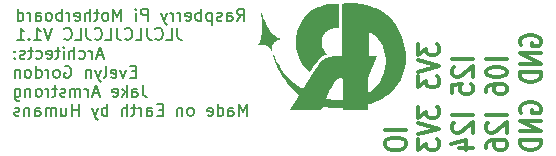
<source format=gbr>
%TF.GenerationSoftware,KiCad,Pcbnew,6.0.9*%
%TF.CreationDate,2023-01-21T02:33:53-05:00*%
%TF.ProjectId,motherboard_2022_2023,6d6f7468-6572-4626-9f61-72645f323032,1.1*%
%TF.SameCoordinates,Original*%
%TF.FileFunction,Legend,Bot*%
%TF.FilePolarity,Positive*%
%FSLAX46Y46*%
G04 Gerber Fmt 4.6, Leading zero omitted, Abs format (unit mm)*
G04 Created by KiCad (PCBNEW 6.0.9) date 2023-01-21 02:33:53*
%MOMM*%
%LPD*%
G01*
G04 APERTURE LIST*
%ADD10C,0.000000*%
%ADD11C,0.150000*%
%ADD12C,0.300000*%
G04 APERTURE END LIST*
D10*
G36*
X174970693Y-104268055D02*
G01*
X175062231Y-104270553D01*
X175097102Y-104271327D01*
X175124216Y-104271413D01*
X175143206Y-104270534D01*
X175149540Y-104269645D01*
X175153705Y-104268411D01*
X175140792Y-106322068D01*
X175078056Y-106319413D01*
X175005989Y-106319212D01*
X174912436Y-106322535D01*
X174801632Y-106331461D01*
X174677812Y-106348069D01*
X174545212Y-106374439D01*
X174476942Y-106391934D01*
X174408065Y-106412649D01*
X174339111Y-106436844D01*
X174270608Y-106464778D01*
X174203087Y-106496713D01*
X174137076Y-106532907D01*
X174073105Y-106573621D01*
X174011703Y-106619114D01*
X173953399Y-106669647D01*
X173898724Y-106725479D01*
X173848206Y-106786870D01*
X173802375Y-106854080D01*
X173761760Y-106927369D01*
X173726891Y-107006997D01*
X173698296Y-107093224D01*
X173676506Y-107186309D01*
X173662049Y-107286513D01*
X173655456Y-107394096D01*
X173655938Y-107510751D01*
X173662520Y-107618467D01*
X173674734Y-107717878D01*
X173692113Y-107809621D01*
X173714188Y-107894330D01*
X173740493Y-107972641D01*
X173770560Y-108045190D01*
X173803922Y-108112611D01*
X173840110Y-108175540D01*
X173878657Y-108234613D01*
X173919096Y-108290464D01*
X173960960Y-108343729D01*
X174047088Y-108445044D01*
X174133303Y-108543638D01*
X174116601Y-108546038D01*
X174069980Y-108555161D01*
X174037083Y-108563146D01*
X173998667Y-108573893D01*
X173955384Y-108587764D01*
X173907888Y-108605120D01*
X173856832Y-108626320D01*
X173802869Y-108651727D01*
X173775002Y-108666120D01*
X173746654Y-108681699D01*
X173717905Y-108698511D01*
X173688838Y-108716599D01*
X173659535Y-108736010D01*
X173630077Y-108756787D01*
X173600545Y-108778977D01*
X173571022Y-108802624D01*
X173541589Y-108827773D01*
X173512327Y-108854470D01*
X173483319Y-108882759D01*
X173454646Y-108912686D01*
X173377914Y-108998328D01*
X173303904Y-109086116D01*
X173232810Y-109175181D01*
X173164821Y-109264656D01*
X173100130Y-109353676D01*
X173038928Y-109441372D01*
X172927755Y-109609327D01*
X172832835Y-109761584D01*
X172755698Y-109891209D01*
X172660897Y-110054817D01*
X172578250Y-109996758D01*
X172481014Y-109914466D01*
X172372761Y-109808634D01*
X172257066Y-109679955D01*
X172137501Y-109529124D01*
X172077384Y-109445618D01*
X172017640Y-109356833D01*
X171958715Y-109262857D01*
X171901056Y-109163777D01*
X171845109Y-109059678D01*
X171791322Y-108950647D01*
X171740140Y-108836772D01*
X171692011Y-108718139D01*
X171647381Y-108594835D01*
X171606698Y-108466946D01*
X171570406Y-108334558D01*
X171538954Y-108197760D01*
X171512788Y-108056637D01*
X171492354Y-107911275D01*
X171478099Y-107761763D01*
X171470471Y-107608186D01*
X171469914Y-107450631D01*
X171476877Y-107289185D01*
X171491806Y-107123934D01*
X171515147Y-106954966D01*
X171547347Y-106782366D01*
X171588854Y-106606222D01*
X171646297Y-106405130D01*
X171711291Y-106215831D01*
X171783366Y-106037973D01*
X171862055Y-105871200D01*
X171946892Y-105715160D01*
X172037407Y-105569499D01*
X172133135Y-105433862D01*
X172233606Y-105307896D01*
X172338355Y-105191248D01*
X172446912Y-105083563D01*
X172558811Y-104984487D01*
X172673583Y-104893667D01*
X172790763Y-104810749D01*
X172909881Y-104735380D01*
X173030470Y-104667205D01*
X173152063Y-104605870D01*
X173274193Y-104551022D01*
X173396391Y-104502308D01*
X173639122Y-104421862D01*
X173876518Y-104361704D01*
X174104838Y-104319001D01*
X174320341Y-104290925D01*
X174519287Y-104274644D01*
X174697935Y-104267328D01*
X174852546Y-104266148D01*
X174970693Y-104268055D01*
G37*
G36*
X180701103Y-109635216D02*
G01*
X180638045Y-109919669D01*
X180557086Y-110190699D01*
X180459124Y-110446696D01*
X180345058Y-110686050D01*
X180215784Y-110907153D01*
X180095926Y-111082768D01*
X179968925Y-111249927D01*
X179835041Y-111408783D01*
X179694534Y-111559487D01*
X179547663Y-111702190D01*
X179394690Y-111837044D01*
X179235873Y-111964200D01*
X179071474Y-112083810D01*
X178901752Y-112196025D01*
X178726967Y-112300997D01*
X178547379Y-112398878D01*
X178363249Y-112489818D01*
X178174836Y-112573970D01*
X177982400Y-112651484D01*
X177786203Y-112722513D01*
X177586502Y-112787208D01*
X177583123Y-113240591D01*
X175423286Y-113244002D01*
X175423674Y-113117157D01*
X175395108Y-113118103D01*
X175366573Y-113119237D01*
X175338027Y-113120292D01*
X175309432Y-113121002D01*
X175082926Y-113121360D01*
X174864818Y-113115412D01*
X174654860Y-113103449D01*
X174452802Y-113085765D01*
X174258396Y-113062652D01*
X174071393Y-113034403D01*
X173891543Y-113001309D01*
X173718599Y-112963662D01*
X173629909Y-113172639D01*
X173596947Y-113251382D01*
X171005989Y-113244034D01*
X171229409Y-112874750D01*
X171570235Y-112313966D01*
X174004288Y-112313966D01*
X174165044Y-112340066D01*
X174331722Y-112362482D01*
X174503779Y-112380837D01*
X174680677Y-112394753D01*
X174861874Y-112403855D01*
X175046831Y-112407765D01*
X175235006Y-112406107D01*
X175425859Y-112398504D01*
X175426748Y-111779781D01*
X177594021Y-111779781D01*
X177716156Y-111701059D01*
X177834920Y-111616870D01*
X177950055Y-111527080D01*
X178061302Y-111431559D01*
X178168405Y-111330175D01*
X178271104Y-111222795D01*
X178369142Y-111109288D01*
X178462261Y-110989522D01*
X178550203Y-110863365D01*
X178632711Y-110730685D01*
X178709525Y-110591351D01*
X178780389Y-110445230D01*
X178845043Y-110292191D01*
X178903232Y-110132101D01*
X178954695Y-109964830D01*
X178999176Y-109790244D01*
X179037388Y-109593130D01*
X179061689Y-109398478D01*
X179072970Y-109206798D01*
X179072124Y-109018600D01*
X179060042Y-108834393D01*
X179037617Y-108654688D01*
X179005740Y-108479994D01*
X178965305Y-108310822D01*
X178917202Y-108147680D01*
X178862323Y-107991080D01*
X178801562Y-107841531D01*
X178735809Y-107699542D01*
X178665958Y-107565624D01*
X178592899Y-107440287D01*
X178517526Y-107324040D01*
X178440729Y-107217394D01*
X178416086Y-107186491D01*
X178387788Y-107153951D01*
X178355870Y-107119931D01*
X178320369Y-107084590D01*
X178281322Y-107048089D01*
X178238764Y-107010586D01*
X178192733Y-106972240D01*
X178143264Y-106933210D01*
X178090394Y-106893656D01*
X178034159Y-106853736D01*
X177974596Y-106813611D01*
X177911741Y-106773438D01*
X177845630Y-106733378D01*
X177776300Y-106693589D01*
X177703787Y-106654230D01*
X177628128Y-106615461D01*
X177623027Y-108666344D01*
X177969983Y-108670266D01*
X178241548Y-108673351D01*
X178341015Y-108673351D01*
X177603059Y-110568026D01*
X177597135Y-111362304D01*
X177594021Y-111779781D01*
X175426748Y-111779781D01*
X175427348Y-111362304D01*
X175425921Y-110953941D01*
X175425298Y-110861119D01*
X175424495Y-110786633D01*
X175423422Y-110751659D01*
X175422199Y-110721442D01*
X175420813Y-110695661D01*
X175419251Y-110673999D01*
X175417500Y-110656136D01*
X175415545Y-110641755D01*
X175413376Y-110630537D01*
X175410977Y-110622162D01*
X175406641Y-110617676D01*
X175401673Y-110613289D01*
X175396091Y-110609017D01*
X175389909Y-110604875D01*
X175383143Y-110600880D01*
X175375811Y-110597046D01*
X175367928Y-110593391D01*
X175359510Y-110589930D01*
X175350573Y-110586678D01*
X175341133Y-110583652D01*
X175331208Y-110580868D01*
X175320811Y-110578341D01*
X175309961Y-110576088D01*
X175298672Y-110574124D01*
X175286962Y-110572465D01*
X175274845Y-110571127D01*
X175263917Y-110570229D01*
X175252722Y-110569599D01*
X175241271Y-110569245D01*
X175229579Y-110569178D01*
X175217656Y-110569410D01*
X175205516Y-110569949D01*
X175193171Y-110570808D01*
X175180634Y-110571995D01*
X175167918Y-110573522D01*
X175155036Y-110575400D01*
X175142001Y-110577639D01*
X175128826Y-110580248D01*
X175115524Y-110583239D01*
X175102107Y-110586621D01*
X175088589Y-110590404D01*
X175074982Y-110594599D01*
X175054433Y-110601686D01*
X175033756Y-110609758D01*
X175012995Y-110618852D01*
X174992192Y-110629002D01*
X174971392Y-110640244D01*
X174950638Y-110652612D01*
X174929972Y-110666142D01*
X174909439Y-110680869D01*
X174889081Y-110696828D01*
X174868941Y-110714054D01*
X174849064Y-110732583D01*
X174829492Y-110752449D01*
X174810269Y-110773688D01*
X174791438Y-110796335D01*
X174773042Y-110820425D01*
X174755125Y-110845994D01*
X174714943Y-110906379D01*
X174672870Y-110973735D01*
X174583900Y-111126969D01*
X174489915Y-111300915D01*
X174392615Y-111490791D01*
X174293702Y-111691815D01*
X174194877Y-111899207D01*
X174004288Y-112313966D01*
X171570235Y-112313966D01*
X171760270Y-112001288D01*
X171698414Y-111951929D01*
X171637501Y-111902626D01*
X171577910Y-111853495D01*
X171520021Y-111804648D01*
X171304549Y-111594131D01*
X171105426Y-111386721D01*
X170921673Y-111181736D01*
X170752308Y-110978495D01*
X170596349Y-110776313D01*
X170452816Y-110574509D01*
X170320728Y-110372400D01*
X170199103Y-110169304D01*
X170086961Y-109964538D01*
X169983321Y-109757421D01*
X169887201Y-109547268D01*
X169797621Y-109333399D01*
X169713599Y-109115130D01*
X169634155Y-108891780D01*
X169558307Y-108662665D01*
X169485075Y-108427103D01*
X169482701Y-108419981D01*
X169480339Y-108412626D01*
X169475634Y-108397232D01*
X169470925Y-108380944D01*
X169466177Y-108363788D01*
X169446767Y-108298770D01*
X169418343Y-108241402D01*
X169384369Y-108180883D01*
X169344501Y-108118638D01*
X169298396Y-108056093D01*
X169272896Y-108025154D01*
X169245708Y-107994674D01*
X169216789Y-107964832D01*
X169186096Y-107935806D01*
X169153585Y-107907774D01*
X169119213Y-107880915D01*
X169082939Y-107855406D01*
X169044718Y-107831426D01*
X169004507Y-107809153D01*
X168962265Y-107788766D01*
X168917947Y-107770441D01*
X168871511Y-107754359D01*
X168822913Y-107740696D01*
X168772112Y-107729631D01*
X168719063Y-107721342D01*
X168663724Y-107716008D01*
X168606051Y-107713807D01*
X168546003Y-107714916D01*
X168483535Y-107719514D01*
X168418606Y-107727780D01*
X168351171Y-107739891D01*
X168281188Y-107756026D01*
X168208613Y-107776362D01*
X168133405Y-107801079D01*
X168206635Y-107732719D01*
X168272578Y-107655229D01*
X168331560Y-107569349D01*
X168383906Y-107475821D01*
X168429941Y-107375386D01*
X168469990Y-107268785D01*
X168504378Y-107156760D01*
X168533431Y-107040052D01*
X168576830Y-106795552D01*
X168602789Y-106541214D01*
X168613909Y-106282969D01*
X168612790Y-106026747D01*
X168602036Y-105778477D01*
X168584245Y-105544090D01*
X168537964Y-105140684D01*
X168475431Y-104761389D01*
X168502044Y-104859676D01*
X168582786Y-105120521D01*
X168643878Y-105295958D01*
X168719011Y-105492900D01*
X168808353Y-105704968D01*
X168912074Y-105925786D01*
X169030343Y-106148974D01*
X169163329Y-106368154D01*
X169235393Y-106474248D01*
X169311201Y-106576949D01*
X169390773Y-106675459D01*
X169474129Y-106768980D01*
X169561292Y-106856716D01*
X169652283Y-106937869D01*
X169747122Y-107011642D01*
X169845830Y-107077238D01*
X169948430Y-107133860D01*
X170054942Y-107180709D01*
X170165387Y-107216989D01*
X170279786Y-107241904D01*
X170203847Y-107255501D01*
X170132323Y-107271361D01*
X170065093Y-107289373D01*
X170002037Y-107309426D01*
X169943034Y-107331406D01*
X169887963Y-107355203D01*
X169836703Y-107380705D01*
X169789133Y-107407801D01*
X169745132Y-107436377D01*
X169704580Y-107466324D01*
X169667356Y-107497528D01*
X169633338Y-107529879D01*
X169602406Y-107563265D01*
X169574439Y-107597574D01*
X169549317Y-107632694D01*
X169526918Y-107668514D01*
X169507121Y-107704921D01*
X169489806Y-107741805D01*
X169474852Y-107779053D01*
X169462137Y-107816554D01*
X169451542Y-107854196D01*
X169442945Y-107891868D01*
X169431262Y-107966852D01*
X169426121Y-108040614D01*
X169426557Y-108112259D01*
X169431601Y-108180894D01*
X169440287Y-108245625D01*
X169548230Y-108531503D01*
X169666455Y-108805500D01*
X169794350Y-109067827D01*
X169931303Y-109318695D01*
X170076703Y-109558313D01*
X170229939Y-109786893D01*
X170390400Y-110004644D01*
X170557473Y-110211777D01*
X170730548Y-110408502D01*
X170909014Y-110595030D01*
X171092258Y-110771571D01*
X171279669Y-110938334D01*
X171470637Y-111095532D01*
X171664549Y-111243373D01*
X171860795Y-111382069D01*
X172058763Y-111511829D01*
X172507127Y-110786257D01*
X172935172Y-110105634D01*
X173296582Y-109549628D01*
X173437827Y-109343253D01*
X173545044Y-109197908D01*
X173549389Y-109192580D01*
X173554169Y-109187024D01*
X173559369Y-109181251D01*
X173564971Y-109175272D01*
X173570957Y-109169099D01*
X173577311Y-109162742D01*
X173591053Y-109149526D01*
X173606059Y-109135713D01*
X173622191Y-109121395D01*
X173639313Y-109106662D01*
X173657285Y-109091605D01*
X173657870Y-109091090D01*
X173658470Y-109090584D01*
X173659694Y-109089591D01*
X173660920Y-109088601D01*
X173661520Y-109088099D01*
X173662106Y-109087589D01*
X173677359Y-109075208D01*
X173692973Y-109062830D01*
X173709206Y-109050300D01*
X173726320Y-109037468D01*
X173732226Y-109032893D01*
X173738027Y-109028255D01*
X173749546Y-109018878D01*
X173755379Y-109014184D01*
X173761338Y-109009514D01*
X173767482Y-109004892D01*
X173773867Y-109000339D01*
X173791966Y-108988072D01*
X173810225Y-108976163D01*
X173828635Y-108964587D01*
X173847191Y-108953317D01*
X173865885Y-108942326D01*
X173884710Y-108931587D01*
X173903659Y-108921075D01*
X173922726Y-108910763D01*
X173922742Y-108910763D01*
X173926606Y-108908540D01*
X173930405Y-108906273D01*
X173937903Y-108901677D01*
X173945431Y-108897116D01*
X173949269Y-108894893D01*
X173953189Y-108892733D01*
X173970041Y-108883951D01*
X173987284Y-108875407D01*
X174022888Y-108859023D01*
X174059885Y-108843553D01*
X174098163Y-108828970D01*
X174137607Y-108815249D01*
X174178102Y-108802363D01*
X174219535Y-108790285D01*
X174261791Y-108778988D01*
X174301359Y-108768878D01*
X174341946Y-108759361D01*
X174383604Y-108750435D01*
X174426386Y-108742095D01*
X174470345Y-108734339D01*
X174515532Y-108727161D01*
X174562000Y-108720558D01*
X174609801Y-108714527D01*
X174611630Y-108714279D01*
X174631543Y-108712072D01*
X174651934Y-108710023D01*
X174693160Y-108706109D01*
X174790549Y-108696600D01*
X174882293Y-108689307D01*
X174967835Y-108683962D01*
X175046615Y-108680298D01*
X175181654Y-108676940D01*
X175282938Y-108677087D01*
X175376436Y-108674312D01*
X175383087Y-108165196D01*
X175387024Y-107699798D01*
X175393263Y-106830904D01*
X175396977Y-105761886D01*
X175399117Y-104255497D01*
X175448245Y-104246815D01*
X175476769Y-104242211D01*
X175508106Y-104237944D01*
X175542047Y-104234004D01*
X175578381Y-104230380D01*
X175616897Y-104227064D01*
X175657385Y-104224043D01*
X175699635Y-104221308D01*
X175743437Y-104218848D01*
X175743468Y-104218848D01*
X175821480Y-104213560D01*
X175898808Y-104209292D01*
X175975260Y-104206221D01*
X176050643Y-104204523D01*
X176123240Y-104204118D01*
X176194774Y-104204720D01*
X176265205Y-104206266D01*
X176334499Y-104208694D01*
X176402617Y-104211940D01*
X176469524Y-104215943D01*
X176599555Y-104225964D01*
X176650923Y-104229850D01*
X176700219Y-104234098D01*
X176746800Y-104238786D01*
X176790024Y-104243994D01*
X176811722Y-104247087D01*
X176834706Y-104250649D01*
X176881507Y-104258040D01*
X177044831Y-104283169D01*
X177191521Y-104309992D01*
X177319992Y-104337025D01*
X177428659Y-104362784D01*
X177515936Y-104385785D01*
X177580240Y-104404542D01*
X177619984Y-104417574D01*
X177633585Y-104423394D01*
X177633569Y-104432199D01*
X177787819Y-104475888D01*
X177943124Y-104525772D01*
X178098999Y-104582220D01*
X178254960Y-104645599D01*
X178410520Y-104716277D01*
X178565195Y-104794621D01*
X178718498Y-104881000D01*
X178869946Y-104975780D01*
X179019052Y-105079329D01*
X179165332Y-105192015D01*
X179308299Y-105314206D01*
X179447468Y-105446269D01*
X179582355Y-105588572D01*
X179712474Y-105741482D01*
X179837340Y-105905367D01*
X179956466Y-106080595D01*
X180149583Y-106406480D01*
X180314922Y-106736647D01*
X180453380Y-107069484D01*
X180565856Y-107403384D01*
X180653247Y-107736736D01*
X180716451Y-108067930D01*
X180756367Y-108395359D01*
X180773892Y-108717411D01*
X180769925Y-109032477D01*
X180755954Y-109206798D01*
X180745362Y-109338949D01*
X180701103Y-109635216D01*
G37*
D11*
X166481023Y-105692380D02*
X166814357Y-105216190D01*
X167052452Y-105692380D02*
X167052452Y-104692380D01*
X166671500Y-104692380D01*
X166576261Y-104740000D01*
X166528642Y-104787619D01*
X166481023Y-104882857D01*
X166481023Y-105025714D01*
X166528642Y-105120952D01*
X166576261Y-105168571D01*
X166671500Y-105216190D01*
X167052452Y-105216190D01*
X165623880Y-105692380D02*
X165623880Y-105168571D01*
X165671500Y-105073333D01*
X165766738Y-105025714D01*
X165957214Y-105025714D01*
X166052452Y-105073333D01*
X165623880Y-105644761D02*
X165719119Y-105692380D01*
X165957214Y-105692380D01*
X166052452Y-105644761D01*
X166100071Y-105549523D01*
X166100071Y-105454285D01*
X166052452Y-105359047D01*
X165957214Y-105311428D01*
X165719119Y-105311428D01*
X165623880Y-105263809D01*
X165195309Y-105644761D02*
X165100071Y-105692380D01*
X164909595Y-105692380D01*
X164814357Y-105644761D01*
X164766738Y-105549523D01*
X164766738Y-105501904D01*
X164814357Y-105406666D01*
X164909595Y-105359047D01*
X165052452Y-105359047D01*
X165147690Y-105311428D01*
X165195309Y-105216190D01*
X165195309Y-105168571D01*
X165147690Y-105073333D01*
X165052452Y-105025714D01*
X164909595Y-105025714D01*
X164814357Y-105073333D01*
X164338166Y-105025714D02*
X164338166Y-106025714D01*
X164338166Y-105073333D02*
X164242928Y-105025714D01*
X164052452Y-105025714D01*
X163957214Y-105073333D01*
X163909595Y-105120952D01*
X163861976Y-105216190D01*
X163861976Y-105501904D01*
X163909595Y-105597142D01*
X163957214Y-105644761D01*
X164052452Y-105692380D01*
X164242928Y-105692380D01*
X164338166Y-105644761D01*
X163433404Y-105692380D02*
X163433404Y-104692380D01*
X163433404Y-105073333D02*
X163338166Y-105025714D01*
X163147690Y-105025714D01*
X163052452Y-105073333D01*
X163004833Y-105120952D01*
X162957214Y-105216190D01*
X162957214Y-105501904D01*
X163004833Y-105597142D01*
X163052452Y-105644761D01*
X163147690Y-105692380D01*
X163338166Y-105692380D01*
X163433404Y-105644761D01*
X162147690Y-105644761D02*
X162242928Y-105692380D01*
X162433404Y-105692380D01*
X162528642Y-105644761D01*
X162576261Y-105549523D01*
X162576261Y-105168571D01*
X162528642Y-105073333D01*
X162433404Y-105025714D01*
X162242928Y-105025714D01*
X162147690Y-105073333D01*
X162100071Y-105168571D01*
X162100071Y-105263809D01*
X162576261Y-105359047D01*
X161671500Y-105692380D02*
X161671500Y-105025714D01*
X161671500Y-105216190D02*
X161623880Y-105120952D01*
X161576261Y-105073333D01*
X161481023Y-105025714D01*
X161385785Y-105025714D01*
X161052452Y-105692380D02*
X161052452Y-105025714D01*
X161052452Y-105216190D02*
X161004833Y-105120952D01*
X160957214Y-105073333D01*
X160861976Y-105025714D01*
X160766738Y-105025714D01*
X160528642Y-105025714D02*
X160290547Y-105692380D01*
X160052452Y-105025714D02*
X160290547Y-105692380D01*
X160385785Y-105930476D01*
X160433404Y-105978095D01*
X160528642Y-106025714D01*
X158909595Y-105692380D02*
X158909595Y-104692380D01*
X158528642Y-104692380D01*
X158433404Y-104740000D01*
X158385785Y-104787619D01*
X158338166Y-104882857D01*
X158338166Y-105025714D01*
X158385785Y-105120952D01*
X158433404Y-105168571D01*
X158528642Y-105216190D01*
X158909595Y-105216190D01*
X157909595Y-105692380D02*
X157909595Y-105025714D01*
X157909595Y-104692380D02*
X157957214Y-104740000D01*
X157909595Y-104787619D01*
X157861976Y-104740000D01*
X157909595Y-104692380D01*
X157909595Y-104787619D01*
X156671500Y-105692380D02*
X156671500Y-104692380D01*
X156338166Y-105406666D01*
X156004833Y-104692380D01*
X156004833Y-105692380D01*
X155385785Y-105692380D02*
X155481023Y-105644761D01*
X155528642Y-105597142D01*
X155576261Y-105501904D01*
X155576261Y-105216190D01*
X155528642Y-105120952D01*
X155481023Y-105073333D01*
X155385785Y-105025714D01*
X155242928Y-105025714D01*
X155147690Y-105073333D01*
X155100071Y-105120952D01*
X155052452Y-105216190D01*
X155052452Y-105501904D01*
X155100071Y-105597142D01*
X155147690Y-105644761D01*
X155242928Y-105692380D01*
X155385785Y-105692380D01*
X154766738Y-105025714D02*
X154385785Y-105025714D01*
X154623880Y-104692380D02*
X154623880Y-105549523D01*
X154576261Y-105644761D01*
X154481023Y-105692380D01*
X154385785Y-105692380D01*
X154052452Y-105692380D02*
X154052452Y-104692380D01*
X153623880Y-105692380D02*
X153623880Y-105168571D01*
X153671500Y-105073333D01*
X153766738Y-105025714D01*
X153909595Y-105025714D01*
X154004833Y-105073333D01*
X154052452Y-105120952D01*
X152766738Y-105644761D02*
X152861976Y-105692380D01*
X153052452Y-105692380D01*
X153147690Y-105644761D01*
X153195309Y-105549523D01*
X153195309Y-105168571D01*
X153147690Y-105073333D01*
X153052452Y-105025714D01*
X152861976Y-105025714D01*
X152766738Y-105073333D01*
X152719119Y-105168571D01*
X152719119Y-105263809D01*
X153195309Y-105359047D01*
X152290547Y-105692380D02*
X152290547Y-105025714D01*
X152290547Y-105216190D02*
X152242928Y-105120952D01*
X152195309Y-105073333D01*
X152100071Y-105025714D01*
X152004833Y-105025714D01*
X151671500Y-105692380D02*
X151671500Y-104692380D01*
X151671500Y-105073333D02*
X151576261Y-105025714D01*
X151385785Y-105025714D01*
X151290547Y-105073333D01*
X151242928Y-105120952D01*
X151195309Y-105216190D01*
X151195309Y-105501904D01*
X151242928Y-105597142D01*
X151290547Y-105644761D01*
X151385785Y-105692380D01*
X151576261Y-105692380D01*
X151671500Y-105644761D01*
X150623880Y-105692380D02*
X150719119Y-105644761D01*
X150766738Y-105597142D01*
X150814357Y-105501904D01*
X150814357Y-105216190D01*
X150766738Y-105120952D01*
X150719119Y-105073333D01*
X150623880Y-105025714D01*
X150481023Y-105025714D01*
X150385785Y-105073333D01*
X150338166Y-105120952D01*
X150290547Y-105216190D01*
X150290547Y-105501904D01*
X150338166Y-105597142D01*
X150385785Y-105644761D01*
X150481023Y-105692380D01*
X150623880Y-105692380D01*
X149433404Y-105692380D02*
X149433404Y-105168571D01*
X149481023Y-105073333D01*
X149576261Y-105025714D01*
X149766738Y-105025714D01*
X149861976Y-105073333D01*
X149433404Y-105644761D02*
X149528642Y-105692380D01*
X149766738Y-105692380D01*
X149861976Y-105644761D01*
X149909595Y-105549523D01*
X149909595Y-105454285D01*
X149861976Y-105359047D01*
X149766738Y-105311428D01*
X149528642Y-105311428D01*
X149433404Y-105263809D01*
X148957214Y-105692380D02*
X148957214Y-105025714D01*
X148957214Y-105216190D02*
X148909595Y-105120952D01*
X148861976Y-105073333D01*
X148766738Y-105025714D01*
X148671500Y-105025714D01*
X147909595Y-105692380D02*
X147909595Y-104692380D01*
X147909595Y-105644761D02*
X148004833Y-105692380D01*
X148195309Y-105692380D01*
X148290547Y-105644761D01*
X148338166Y-105597142D01*
X148385785Y-105501904D01*
X148385785Y-105216190D01*
X148338166Y-105120952D01*
X148290547Y-105073333D01*
X148195309Y-105025714D01*
X148004833Y-105025714D01*
X147909595Y-105073333D01*
X161433404Y-106302380D02*
X161433404Y-107016666D01*
X161481023Y-107159523D01*
X161576261Y-107254761D01*
X161719119Y-107302380D01*
X161814357Y-107302380D01*
X160481023Y-107302380D02*
X160957214Y-107302380D01*
X160957214Y-106302380D01*
X159576261Y-107207142D02*
X159623880Y-107254761D01*
X159766738Y-107302380D01*
X159861976Y-107302380D01*
X160004833Y-107254761D01*
X160100071Y-107159523D01*
X160147690Y-107064285D01*
X160195309Y-106873809D01*
X160195309Y-106730952D01*
X160147690Y-106540476D01*
X160100071Y-106445238D01*
X160004833Y-106350000D01*
X159861976Y-106302380D01*
X159766738Y-106302380D01*
X159623880Y-106350000D01*
X159576261Y-106397619D01*
X158861976Y-106302380D02*
X158861976Y-107016666D01*
X158909595Y-107159523D01*
X159004833Y-107254761D01*
X159147690Y-107302380D01*
X159242928Y-107302380D01*
X157909595Y-107302380D02*
X158385785Y-107302380D01*
X158385785Y-106302380D01*
X157004833Y-107207142D02*
X157052452Y-107254761D01*
X157195309Y-107302380D01*
X157290547Y-107302380D01*
X157433404Y-107254761D01*
X157528642Y-107159523D01*
X157576261Y-107064285D01*
X157623880Y-106873809D01*
X157623880Y-106730952D01*
X157576261Y-106540476D01*
X157528642Y-106445238D01*
X157433404Y-106350000D01*
X157290547Y-106302380D01*
X157195309Y-106302380D01*
X157052452Y-106350000D01*
X157004833Y-106397619D01*
X156290547Y-106302380D02*
X156290547Y-107016666D01*
X156338166Y-107159523D01*
X156433404Y-107254761D01*
X156576261Y-107302380D01*
X156671500Y-107302380D01*
X155338166Y-107302380D02*
X155814357Y-107302380D01*
X155814357Y-106302380D01*
X154433404Y-107207142D02*
X154481023Y-107254761D01*
X154623880Y-107302380D01*
X154719119Y-107302380D01*
X154861976Y-107254761D01*
X154957214Y-107159523D01*
X155004833Y-107064285D01*
X155052452Y-106873809D01*
X155052452Y-106730952D01*
X155004833Y-106540476D01*
X154957214Y-106445238D01*
X154861976Y-106350000D01*
X154719119Y-106302380D01*
X154623880Y-106302380D01*
X154481023Y-106350000D01*
X154433404Y-106397619D01*
X153719119Y-106302380D02*
X153719119Y-107016666D01*
X153766738Y-107159523D01*
X153861976Y-107254761D01*
X154004833Y-107302380D01*
X154100071Y-107302380D01*
X152766738Y-107302380D02*
X153242928Y-107302380D01*
X153242928Y-106302380D01*
X151861976Y-107207142D02*
X151909595Y-107254761D01*
X152052452Y-107302380D01*
X152147690Y-107302380D01*
X152290547Y-107254761D01*
X152385785Y-107159523D01*
X152433404Y-107064285D01*
X152481023Y-106873809D01*
X152481023Y-106730952D01*
X152433404Y-106540476D01*
X152385785Y-106445238D01*
X152290547Y-106350000D01*
X152147690Y-106302380D01*
X152052452Y-106302380D01*
X151909595Y-106350000D01*
X151861976Y-106397619D01*
X150814357Y-106302380D02*
X150481023Y-107302380D01*
X150147690Y-106302380D01*
X149290547Y-107302380D02*
X149861976Y-107302380D01*
X149576261Y-107302380D02*
X149576261Y-106302380D01*
X149671500Y-106445238D01*
X149766738Y-106540476D01*
X149861976Y-106588095D01*
X148861976Y-107207142D02*
X148814357Y-107254761D01*
X148861976Y-107302380D01*
X148909595Y-107254761D01*
X148861976Y-107207142D01*
X148861976Y-107302380D01*
X147861976Y-107302380D02*
X148433404Y-107302380D01*
X148147690Y-107302380D02*
X148147690Y-106302380D01*
X148242928Y-106445238D01*
X148338166Y-106540476D01*
X148433404Y-106588095D01*
X155084166Y-108622666D02*
X154607976Y-108622666D01*
X155179404Y-108908380D02*
X154846071Y-107908380D01*
X154512738Y-108908380D01*
X154179404Y-108908380D02*
X154179404Y-108241714D01*
X154179404Y-108432190D02*
X154131785Y-108336952D01*
X154084166Y-108289333D01*
X153988928Y-108241714D01*
X153893690Y-108241714D01*
X153131785Y-108860761D02*
X153227023Y-108908380D01*
X153417500Y-108908380D01*
X153512738Y-108860761D01*
X153560357Y-108813142D01*
X153607976Y-108717904D01*
X153607976Y-108432190D01*
X153560357Y-108336952D01*
X153512738Y-108289333D01*
X153417500Y-108241714D01*
X153227023Y-108241714D01*
X153131785Y-108289333D01*
X152703214Y-108908380D02*
X152703214Y-107908380D01*
X152274642Y-108908380D02*
X152274642Y-108384571D01*
X152322261Y-108289333D01*
X152417500Y-108241714D01*
X152560357Y-108241714D01*
X152655595Y-108289333D01*
X152703214Y-108336952D01*
X151798452Y-108908380D02*
X151798452Y-108241714D01*
X151798452Y-107908380D02*
X151846071Y-107956000D01*
X151798452Y-108003619D01*
X151750833Y-107956000D01*
X151798452Y-107908380D01*
X151798452Y-108003619D01*
X151465119Y-108241714D02*
X151084166Y-108241714D01*
X151322261Y-107908380D02*
X151322261Y-108765523D01*
X151274642Y-108860761D01*
X151179404Y-108908380D01*
X151084166Y-108908380D01*
X150369880Y-108860761D02*
X150465119Y-108908380D01*
X150655595Y-108908380D01*
X150750833Y-108860761D01*
X150798452Y-108765523D01*
X150798452Y-108384571D01*
X150750833Y-108289333D01*
X150655595Y-108241714D01*
X150465119Y-108241714D01*
X150369880Y-108289333D01*
X150322261Y-108384571D01*
X150322261Y-108479809D01*
X150798452Y-108575047D01*
X149465119Y-108860761D02*
X149560357Y-108908380D01*
X149750833Y-108908380D01*
X149846071Y-108860761D01*
X149893690Y-108813142D01*
X149941309Y-108717904D01*
X149941309Y-108432190D01*
X149893690Y-108336952D01*
X149846071Y-108289333D01*
X149750833Y-108241714D01*
X149560357Y-108241714D01*
X149465119Y-108289333D01*
X149179404Y-108241714D02*
X148798452Y-108241714D01*
X149036547Y-107908380D02*
X149036547Y-108765523D01*
X148988928Y-108860761D01*
X148893690Y-108908380D01*
X148798452Y-108908380D01*
X148512738Y-108860761D02*
X148417500Y-108908380D01*
X148227023Y-108908380D01*
X148131785Y-108860761D01*
X148084166Y-108765523D01*
X148084166Y-108717904D01*
X148131785Y-108622666D01*
X148227023Y-108575047D01*
X148369880Y-108575047D01*
X148465119Y-108527428D01*
X148512738Y-108432190D01*
X148512738Y-108384571D01*
X148465119Y-108289333D01*
X148369880Y-108241714D01*
X148227023Y-108241714D01*
X148131785Y-108289333D01*
X147655595Y-108813142D02*
X147607976Y-108860761D01*
X147655595Y-108908380D01*
X147703214Y-108860761D01*
X147655595Y-108813142D01*
X147655595Y-108908380D01*
X147655595Y-108289333D02*
X147607976Y-108336952D01*
X147655595Y-108384571D01*
X147703214Y-108336952D01*
X147655595Y-108289333D01*
X147655595Y-108384571D01*
X157893690Y-109994571D02*
X157560357Y-109994571D01*
X157417500Y-110518380D02*
X157893690Y-110518380D01*
X157893690Y-109518380D01*
X157417500Y-109518380D01*
X157084166Y-109851714D02*
X156846071Y-110518380D01*
X156607976Y-109851714D01*
X155846071Y-110470761D02*
X155941309Y-110518380D01*
X156131785Y-110518380D01*
X156227023Y-110470761D01*
X156274642Y-110375523D01*
X156274642Y-109994571D01*
X156227023Y-109899333D01*
X156131785Y-109851714D01*
X155941309Y-109851714D01*
X155846071Y-109899333D01*
X155798452Y-109994571D01*
X155798452Y-110089809D01*
X156274642Y-110185047D01*
X155227023Y-110518380D02*
X155322261Y-110470761D01*
X155369880Y-110375523D01*
X155369880Y-109518380D01*
X154941309Y-109851714D02*
X154703214Y-110518380D01*
X154465119Y-109851714D02*
X154703214Y-110518380D01*
X154798452Y-110756476D01*
X154846071Y-110804095D01*
X154941309Y-110851714D01*
X154084166Y-109851714D02*
X154084166Y-110518380D01*
X154084166Y-109946952D02*
X154036547Y-109899333D01*
X153941309Y-109851714D01*
X153798452Y-109851714D01*
X153703214Y-109899333D01*
X153655595Y-109994571D01*
X153655595Y-110518380D01*
X151893690Y-109566000D02*
X151988928Y-109518380D01*
X152131785Y-109518380D01*
X152274642Y-109566000D01*
X152369880Y-109661238D01*
X152417500Y-109756476D01*
X152465119Y-109946952D01*
X152465119Y-110089809D01*
X152417500Y-110280285D01*
X152369880Y-110375523D01*
X152274642Y-110470761D01*
X152131785Y-110518380D01*
X152036547Y-110518380D01*
X151893690Y-110470761D01*
X151846071Y-110423142D01*
X151846071Y-110089809D01*
X152036547Y-110089809D01*
X151274642Y-110518380D02*
X151369880Y-110470761D01*
X151417500Y-110423142D01*
X151465119Y-110327904D01*
X151465119Y-110042190D01*
X151417500Y-109946952D01*
X151369880Y-109899333D01*
X151274642Y-109851714D01*
X151131785Y-109851714D01*
X151036547Y-109899333D01*
X150988928Y-109946952D01*
X150941309Y-110042190D01*
X150941309Y-110327904D01*
X150988928Y-110423142D01*
X151036547Y-110470761D01*
X151131785Y-110518380D01*
X151274642Y-110518380D01*
X150512738Y-110518380D02*
X150512738Y-109851714D01*
X150512738Y-110042190D02*
X150465119Y-109946952D01*
X150417500Y-109899333D01*
X150322261Y-109851714D01*
X150227023Y-109851714D01*
X149465119Y-110518380D02*
X149465119Y-109518380D01*
X149465119Y-110470761D02*
X149560357Y-110518380D01*
X149750833Y-110518380D01*
X149846071Y-110470761D01*
X149893690Y-110423142D01*
X149941309Y-110327904D01*
X149941309Y-110042190D01*
X149893690Y-109946952D01*
X149846071Y-109899333D01*
X149750833Y-109851714D01*
X149560357Y-109851714D01*
X149465119Y-109899333D01*
X148846071Y-110518380D02*
X148941309Y-110470761D01*
X148988928Y-110423142D01*
X149036547Y-110327904D01*
X149036547Y-110042190D01*
X148988928Y-109946952D01*
X148941309Y-109899333D01*
X148846071Y-109851714D01*
X148703214Y-109851714D01*
X148607976Y-109899333D01*
X148560357Y-109946952D01*
X148512738Y-110042190D01*
X148512738Y-110327904D01*
X148560357Y-110423142D01*
X148607976Y-110470761D01*
X148703214Y-110518380D01*
X148846071Y-110518380D01*
X148084166Y-109851714D02*
X148084166Y-110518380D01*
X148084166Y-109946952D02*
X148036547Y-109899333D01*
X147941309Y-109851714D01*
X147798452Y-109851714D01*
X147703214Y-109899333D01*
X147655595Y-109994571D01*
X147655595Y-110518380D01*
X158512738Y-111128380D02*
X158512738Y-111842666D01*
X158560357Y-111985523D01*
X158655595Y-112080761D01*
X158798452Y-112128380D01*
X158893690Y-112128380D01*
X157607976Y-112128380D02*
X157607976Y-111604571D01*
X157655595Y-111509333D01*
X157750833Y-111461714D01*
X157941309Y-111461714D01*
X158036547Y-111509333D01*
X157607976Y-112080761D02*
X157703214Y-112128380D01*
X157941309Y-112128380D01*
X158036547Y-112080761D01*
X158084166Y-111985523D01*
X158084166Y-111890285D01*
X158036547Y-111795047D01*
X157941309Y-111747428D01*
X157703214Y-111747428D01*
X157607976Y-111699809D01*
X157131785Y-112128380D02*
X157131785Y-111128380D01*
X157036547Y-111747428D02*
X156750833Y-112128380D01*
X156750833Y-111461714D02*
X157131785Y-111842666D01*
X155941309Y-112080761D02*
X156036547Y-112128380D01*
X156227023Y-112128380D01*
X156322261Y-112080761D01*
X156369880Y-111985523D01*
X156369880Y-111604571D01*
X156322261Y-111509333D01*
X156227023Y-111461714D01*
X156036547Y-111461714D01*
X155941309Y-111509333D01*
X155893690Y-111604571D01*
X155893690Y-111699809D01*
X156369880Y-111795047D01*
X154750833Y-111842666D02*
X154274642Y-111842666D01*
X154846071Y-112128380D02*
X154512738Y-111128380D01*
X154179404Y-112128380D01*
X153846071Y-112128380D02*
X153846071Y-111461714D01*
X153846071Y-111652190D02*
X153798452Y-111556952D01*
X153750833Y-111509333D01*
X153655595Y-111461714D01*
X153560357Y-111461714D01*
X153227023Y-112128380D02*
X153227023Y-111461714D01*
X153227023Y-111556952D02*
X153179404Y-111509333D01*
X153084166Y-111461714D01*
X152941309Y-111461714D01*
X152846071Y-111509333D01*
X152798452Y-111604571D01*
X152798452Y-112128380D01*
X152798452Y-111604571D02*
X152750833Y-111509333D01*
X152655595Y-111461714D01*
X152512738Y-111461714D01*
X152417500Y-111509333D01*
X152369880Y-111604571D01*
X152369880Y-112128380D01*
X151941309Y-112080761D02*
X151846071Y-112128380D01*
X151655595Y-112128380D01*
X151560357Y-112080761D01*
X151512738Y-111985523D01*
X151512738Y-111937904D01*
X151560357Y-111842666D01*
X151655595Y-111795047D01*
X151798452Y-111795047D01*
X151893690Y-111747428D01*
X151941309Y-111652190D01*
X151941309Y-111604571D01*
X151893690Y-111509333D01*
X151798452Y-111461714D01*
X151655595Y-111461714D01*
X151560357Y-111509333D01*
X151227023Y-111461714D02*
X150846071Y-111461714D01*
X151084166Y-111128380D02*
X151084166Y-111985523D01*
X151036547Y-112080761D01*
X150941309Y-112128380D01*
X150846071Y-112128380D01*
X150512738Y-112128380D02*
X150512738Y-111461714D01*
X150512738Y-111652190D02*
X150465119Y-111556952D01*
X150417500Y-111509333D01*
X150322261Y-111461714D01*
X150227023Y-111461714D01*
X149750833Y-112128380D02*
X149846071Y-112080761D01*
X149893690Y-112033142D01*
X149941309Y-111937904D01*
X149941309Y-111652190D01*
X149893690Y-111556952D01*
X149846071Y-111509333D01*
X149750833Y-111461714D01*
X149607976Y-111461714D01*
X149512738Y-111509333D01*
X149465119Y-111556952D01*
X149417500Y-111652190D01*
X149417500Y-111937904D01*
X149465119Y-112033142D01*
X149512738Y-112080761D01*
X149607976Y-112128380D01*
X149750833Y-112128380D01*
X148988928Y-111461714D02*
X148988928Y-112128380D01*
X148988928Y-111556952D02*
X148941309Y-111509333D01*
X148846071Y-111461714D01*
X148703214Y-111461714D01*
X148607976Y-111509333D01*
X148560357Y-111604571D01*
X148560357Y-112128380D01*
X147655595Y-111461714D02*
X147655595Y-112271238D01*
X147703214Y-112366476D01*
X147750833Y-112414095D01*
X147846071Y-112461714D01*
X147988928Y-112461714D01*
X148084166Y-112414095D01*
X147655595Y-112080761D02*
X147750833Y-112128380D01*
X147941309Y-112128380D01*
X148036547Y-112080761D01*
X148084166Y-112033142D01*
X148131785Y-111937904D01*
X148131785Y-111652190D01*
X148084166Y-111556952D01*
X148036547Y-111509333D01*
X147941309Y-111461714D01*
X147750833Y-111461714D01*
X147655595Y-111509333D01*
X167322261Y-113738380D02*
X167322261Y-112738380D01*
X166988928Y-113452666D01*
X166655595Y-112738380D01*
X166655595Y-113738380D01*
X165750833Y-113738380D02*
X165750833Y-113214571D01*
X165798452Y-113119333D01*
X165893690Y-113071714D01*
X166084166Y-113071714D01*
X166179404Y-113119333D01*
X165750833Y-113690761D02*
X165846071Y-113738380D01*
X166084166Y-113738380D01*
X166179404Y-113690761D01*
X166227023Y-113595523D01*
X166227023Y-113500285D01*
X166179404Y-113405047D01*
X166084166Y-113357428D01*
X165846071Y-113357428D01*
X165750833Y-113309809D01*
X164846071Y-113738380D02*
X164846071Y-112738380D01*
X164846071Y-113690761D02*
X164941309Y-113738380D01*
X165131785Y-113738380D01*
X165227023Y-113690761D01*
X165274642Y-113643142D01*
X165322261Y-113547904D01*
X165322261Y-113262190D01*
X165274642Y-113166952D01*
X165227023Y-113119333D01*
X165131785Y-113071714D01*
X164941309Y-113071714D01*
X164846071Y-113119333D01*
X163988928Y-113690761D02*
X164084166Y-113738380D01*
X164274642Y-113738380D01*
X164369880Y-113690761D01*
X164417500Y-113595523D01*
X164417500Y-113214571D01*
X164369880Y-113119333D01*
X164274642Y-113071714D01*
X164084166Y-113071714D01*
X163988928Y-113119333D01*
X163941309Y-113214571D01*
X163941309Y-113309809D01*
X164417500Y-113405047D01*
X162607976Y-113738380D02*
X162703214Y-113690761D01*
X162750833Y-113643142D01*
X162798452Y-113547904D01*
X162798452Y-113262190D01*
X162750833Y-113166952D01*
X162703214Y-113119333D01*
X162607976Y-113071714D01*
X162465119Y-113071714D01*
X162369880Y-113119333D01*
X162322261Y-113166952D01*
X162274642Y-113262190D01*
X162274642Y-113547904D01*
X162322261Y-113643142D01*
X162369880Y-113690761D01*
X162465119Y-113738380D01*
X162607976Y-113738380D01*
X161846071Y-113071714D02*
X161846071Y-113738380D01*
X161846071Y-113166952D02*
X161798452Y-113119333D01*
X161703214Y-113071714D01*
X161560357Y-113071714D01*
X161465119Y-113119333D01*
X161417500Y-113214571D01*
X161417500Y-113738380D01*
X160179404Y-113214571D02*
X159846071Y-113214571D01*
X159703214Y-113738380D02*
X160179404Y-113738380D01*
X160179404Y-112738380D01*
X159703214Y-112738380D01*
X158846071Y-113738380D02*
X158846071Y-113214571D01*
X158893690Y-113119333D01*
X158988928Y-113071714D01*
X159179404Y-113071714D01*
X159274642Y-113119333D01*
X158846071Y-113690761D02*
X158941309Y-113738380D01*
X159179404Y-113738380D01*
X159274642Y-113690761D01*
X159322261Y-113595523D01*
X159322261Y-113500285D01*
X159274642Y-113405047D01*
X159179404Y-113357428D01*
X158941309Y-113357428D01*
X158846071Y-113309809D01*
X158369880Y-113738380D02*
X158369880Y-113071714D01*
X158369880Y-113262190D02*
X158322261Y-113166952D01*
X158274642Y-113119333D01*
X158179404Y-113071714D01*
X158084166Y-113071714D01*
X157893690Y-113071714D02*
X157512738Y-113071714D01*
X157750833Y-112738380D02*
X157750833Y-113595523D01*
X157703214Y-113690761D01*
X157607976Y-113738380D01*
X157512738Y-113738380D01*
X157179404Y-113738380D02*
X157179404Y-112738380D01*
X156750833Y-113738380D02*
X156750833Y-113214571D01*
X156798452Y-113119333D01*
X156893690Y-113071714D01*
X157036547Y-113071714D01*
X157131785Y-113119333D01*
X157179404Y-113166952D01*
X155512738Y-113738380D02*
X155512738Y-112738380D01*
X155512738Y-113119333D02*
X155417500Y-113071714D01*
X155227023Y-113071714D01*
X155131785Y-113119333D01*
X155084166Y-113166952D01*
X155036547Y-113262190D01*
X155036547Y-113547904D01*
X155084166Y-113643142D01*
X155131785Y-113690761D01*
X155227023Y-113738380D01*
X155417500Y-113738380D01*
X155512738Y-113690761D01*
X154703214Y-113071714D02*
X154465119Y-113738380D01*
X154227023Y-113071714D02*
X154465119Y-113738380D01*
X154560357Y-113976476D01*
X154607976Y-114024095D01*
X154703214Y-114071714D01*
X153084166Y-113738380D02*
X153084166Y-112738380D01*
X153084166Y-113214571D02*
X152512738Y-113214571D01*
X152512738Y-113738380D02*
X152512738Y-112738380D01*
X151607976Y-113071714D02*
X151607976Y-113738380D01*
X152036547Y-113071714D02*
X152036547Y-113595523D01*
X151988928Y-113690761D01*
X151893690Y-113738380D01*
X151750833Y-113738380D01*
X151655595Y-113690761D01*
X151607976Y-113643142D01*
X151131785Y-113738380D02*
X151131785Y-113071714D01*
X151131785Y-113166952D02*
X151084166Y-113119333D01*
X150988928Y-113071714D01*
X150846071Y-113071714D01*
X150750833Y-113119333D01*
X150703214Y-113214571D01*
X150703214Y-113738380D01*
X150703214Y-113214571D02*
X150655595Y-113119333D01*
X150560357Y-113071714D01*
X150417500Y-113071714D01*
X150322261Y-113119333D01*
X150274642Y-113214571D01*
X150274642Y-113738380D01*
X149369880Y-113738380D02*
X149369880Y-113214571D01*
X149417500Y-113119333D01*
X149512738Y-113071714D01*
X149703214Y-113071714D01*
X149798452Y-113119333D01*
X149369880Y-113690761D02*
X149465119Y-113738380D01*
X149703214Y-113738380D01*
X149798452Y-113690761D01*
X149846071Y-113595523D01*
X149846071Y-113500285D01*
X149798452Y-113405047D01*
X149703214Y-113357428D01*
X149465119Y-113357428D01*
X149369880Y-113309809D01*
X148893690Y-113071714D02*
X148893690Y-113738380D01*
X148893690Y-113166952D02*
X148846071Y-113119333D01*
X148750833Y-113071714D01*
X148607976Y-113071714D01*
X148512738Y-113119333D01*
X148465119Y-113214571D01*
X148465119Y-113738380D01*
X148036547Y-113690761D02*
X147941309Y-113738380D01*
X147750833Y-113738380D01*
X147655595Y-113690761D01*
X147607976Y-113595523D01*
X147607976Y-113547904D01*
X147655595Y-113452666D01*
X147750833Y-113405047D01*
X147893690Y-113405047D01*
X147988928Y-113357428D01*
X148036547Y-113262190D01*
X148036547Y-113214571D01*
X147988928Y-113119333D01*
X147893690Y-113071714D01*
X147750833Y-113071714D01*
X147655595Y-113119333D01*
D12*
X180753173Y-114970428D02*
X178975173Y-114970428D01*
X178975173Y-115970428D02*
X178975173Y-116256142D01*
X179059840Y-116399000D01*
X179229173Y-116541857D01*
X179567840Y-116613285D01*
X180160506Y-116613285D01*
X180499173Y-116541857D01*
X180668506Y-116399000D01*
X180753173Y-116256142D01*
X180753173Y-115970428D01*
X180668506Y-115827571D01*
X180499173Y-115684714D01*
X180160506Y-115613285D01*
X179567840Y-115613285D01*
X179229173Y-115684714D01*
X179059840Y-115827571D01*
X178975173Y-115970428D01*
X181837753Y-107684714D02*
X181837753Y-108613285D01*
X182515086Y-108113285D01*
X182515086Y-108327571D01*
X182599753Y-108470428D01*
X182684420Y-108541857D01*
X182853753Y-108613285D01*
X183277086Y-108613285D01*
X183446420Y-108541857D01*
X183531086Y-108470428D01*
X183615753Y-108327571D01*
X183615753Y-107899000D01*
X183531086Y-107756142D01*
X183446420Y-107684714D01*
X181837753Y-109041857D02*
X183615753Y-109541857D01*
X181837753Y-110041857D01*
X181837753Y-110399000D02*
X181837753Y-111327571D01*
X182515086Y-110827571D01*
X182515086Y-111041857D01*
X182599753Y-111184714D01*
X182684420Y-111256142D01*
X182853753Y-111327571D01*
X183277086Y-111327571D01*
X183446420Y-111256142D01*
X183531086Y-111184714D01*
X183615753Y-111041857D01*
X183615753Y-110613285D01*
X183531086Y-110470428D01*
X183446420Y-110399000D01*
X181837753Y-112970428D02*
X181837753Y-113899000D01*
X182515086Y-113399000D01*
X182515086Y-113613285D01*
X182599753Y-113756142D01*
X182684420Y-113827571D01*
X182853753Y-113899000D01*
X183277086Y-113899000D01*
X183446420Y-113827571D01*
X183531086Y-113756142D01*
X183615753Y-113613285D01*
X183615753Y-113184714D01*
X183531086Y-113041857D01*
X183446420Y-112970428D01*
X181837753Y-114327571D02*
X183615753Y-114827571D01*
X181837753Y-115327571D01*
X181837753Y-115684714D02*
X181837753Y-116613285D01*
X182515086Y-116113285D01*
X182515086Y-116327571D01*
X182599753Y-116470428D01*
X182684420Y-116541857D01*
X182853753Y-116613285D01*
X183277086Y-116613285D01*
X183446420Y-116541857D01*
X183531086Y-116470428D01*
X183615753Y-116327571D01*
X183615753Y-115899000D01*
X183531086Y-115756142D01*
X183446420Y-115684714D01*
X186478333Y-108970428D02*
X184700333Y-108970428D01*
X184869666Y-109613285D02*
X184785000Y-109684714D01*
X184700333Y-109827571D01*
X184700333Y-110184714D01*
X184785000Y-110327571D01*
X184869666Y-110399000D01*
X185039000Y-110470428D01*
X185208333Y-110470428D01*
X185462333Y-110399000D01*
X186478333Y-109541857D01*
X186478333Y-110470428D01*
X184700333Y-111827571D02*
X184700333Y-111113285D01*
X185547000Y-111041857D01*
X185462333Y-111113285D01*
X185377666Y-111256142D01*
X185377666Y-111613285D01*
X185462333Y-111756142D01*
X185547000Y-111827571D01*
X185716333Y-111899000D01*
X186139666Y-111899000D01*
X186309000Y-111827571D01*
X186393666Y-111756142D01*
X186478333Y-111613285D01*
X186478333Y-111256142D01*
X186393666Y-111113285D01*
X186309000Y-111041857D01*
X186478333Y-113684714D02*
X184700333Y-113684714D01*
X184869666Y-114327571D02*
X184785000Y-114399000D01*
X184700333Y-114541857D01*
X184700333Y-114899000D01*
X184785000Y-115041857D01*
X184869666Y-115113285D01*
X185039000Y-115184714D01*
X185208333Y-115184714D01*
X185462333Y-115113285D01*
X186478333Y-114256142D01*
X186478333Y-115184714D01*
X185293000Y-116470428D02*
X186478333Y-116470428D01*
X184615666Y-116113285D02*
X185885666Y-115756142D01*
X185885666Y-116684714D01*
X189340913Y-108970428D02*
X187562913Y-108970428D01*
X187562913Y-109970428D02*
X187562913Y-110113285D01*
X187647580Y-110256142D01*
X187732246Y-110327571D01*
X187901580Y-110399000D01*
X188240246Y-110470428D01*
X188663580Y-110470428D01*
X189002246Y-110399000D01*
X189171580Y-110327571D01*
X189256246Y-110256142D01*
X189340913Y-110113285D01*
X189340913Y-109970428D01*
X189256246Y-109827571D01*
X189171580Y-109756142D01*
X189002246Y-109684714D01*
X188663580Y-109613285D01*
X188240246Y-109613285D01*
X187901580Y-109684714D01*
X187732246Y-109756142D01*
X187647580Y-109827571D01*
X187562913Y-109970428D01*
X187562913Y-111756142D02*
X187562913Y-111470428D01*
X187647580Y-111327571D01*
X187732246Y-111256142D01*
X187986246Y-111113285D01*
X188324913Y-111041857D01*
X189002246Y-111041857D01*
X189171580Y-111113285D01*
X189256246Y-111184714D01*
X189340913Y-111327571D01*
X189340913Y-111613285D01*
X189256246Y-111756142D01*
X189171580Y-111827571D01*
X189002246Y-111899000D01*
X188578913Y-111899000D01*
X188409580Y-111827571D01*
X188324913Y-111756142D01*
X188240246Y-111613285D01*
X188240246Y-111327571D01*
X188324913Y-111184714D01*
X188409580Y-111113285D01*
X188578913Y-111041857D01*
X189340913Y-113684714D02*
X187562913Y-113684714D01*
X187732246Y-114327571D02*
X187647580Y-114399000D01*
X187562913Y-114541857D01*
X187562913Y-114899000D01*
X187647580Y-115041857D01*
X187732246Y-115113285D01*
X187901580Y-115184714D01*
X188070913Y-115184714D01*
X188324913Y-115113285D01*
X189340913Y-114256142D01*
X189340913Y-115184714D01*
X187562913Y-116470428D02*
X187562913Y-116184714D01*
X187647580Y-116041857D01*
X187732246Y-115970428D01*
X187986246Y-115827571D01*
X188324913Y-115756142D01*
X189002246Y-115756142D01*
X189171580Y-115827571D01*
X189256246Y-115899000D01*
X189340913Y-116041857D01*
X189340913Y-116327571D01*
X189256246Y-116470428D01*
X189171580Y-116541857D01*
X189002246Y-116613285D01*
X188578913Y-116613285D01*
X188409580Y-116541857D01*
X188324913Y-116470428D01*
X188240246Y-116327571D01*
X188240246Y-116041857D01*
X188324913Y-115899000D01*
X188409580Y-115827571D01*
X188578913Y-115756142D01*
X190510160Y-107756142D02*
X190425493Y-107613285D01*
X190425493Y-107399000D01*
X190510160Y-107184714D01*
X190679493Y-107041857D01*
X190848826Y-106970428D01*
X191187493Y-106899000D01*
X191441493Y-106899000D01*
X191780160Y-106970428D01*
X191949493Y-107041857D01*
X192118826Y-107184714D01*
X192203493Y-107399000D01*
X192203493Y-107541857D01*
X192118826Y-107756142D01*
X192034160Y-107827571D01*
X191441493Y-107827571D01*
X191441493Y-107541857D01*
X192203493Y-108470428D02*
X190425493Y-108470428D01*
X192203493Y-109327571D01*
X190425493Y-109327571D01*
X192203493Y-110041857D02*
X190425493Y-110041857D01*
X190425493Y-110399000D01*
X190510160Y-110613285D01*
X190679493Y-110756142D01*
X190848826Y-110827571D01*
X191187493Y-110899000D01*
X191441493Y-110899000D01*
X191780160Y-110827571D01*
X191949493Y-110756142D01*
X192118826Y-110613285D01*
X192203493Y-110399000D01*
X192203493Y-110041857D01*
X190510160Y-113470428D02*
X190425493Y-113327571D01*
X190425493Y-113113285D01*
X190510160Y-112899000D01*
X190679493Y-112756142D01*
X190848826Y-112684714D01*
X191187493Y-112613285D01*
X191441493Y-112613285D01*
X191780160Y-112684714D01*
X191949493Y-112756142D01*
X192118826Y-112899000D01*
X192203493Y-113113285D01*
X192203493Y-113256142D01*
X192118826Y-113470428D01*
X192034160Y-113541857D01*
X191441493Y-113541857D01*
X191441493Y-113256142D01*
X192203493Y-114184714D02*
X190425493Y-114184714D01*
X192203493Y-115041857D01*
X190425493Y-115041857D01*
X192203493Y-115756142D02*
X190425493Y-115756142D01*
X190425493Y-116113285D01*
X190510160Y-116327571D01*
X190679493Y-116470428D01*
X190848826Y-116541857D01*
X191187493Y-116613285D01*
X191441493Y-116613285D01*
X191780160Y-116541857D01*
X191949493Y-116470428D01*
X192118826Y-116327571D01*
X192203493Y-116113285D01*
X192203493Y-115756142D01*
M02*

</source>
